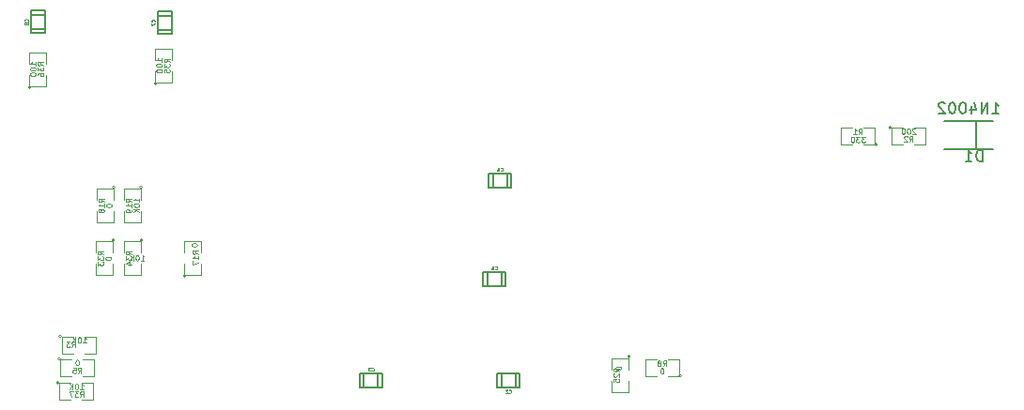
<source format=gbo>
G04 (created by PCBNEW (2013-07-07 BZR 4022)-stable) date 5/31/2014 7:32:52 PM*
%MOIN*%
G04 Gerber Fmt 3.4, Leading zero omitted, Abs format*
%FSLAX34Y34*%
G01*
G70*
G90*
G04 APERTURE LIST*
%ADD10C,0.00590551*%
%ADD11C,0.0039*%
%ADD12C,0.005*%
%ADD13C,0.0043*%
%ADD14C,0.0024*%
G04 APERTURE END LIST*
G54D10*
X93490Y-53120D02*
X93490Y-54010D01*
X92360Y-54060D02*
X94080Y-54060D01*
X92370Y-53090D02*
X94090Y-53090D01*
G54D11*
X83050Y-62125D02*
G75*
G03X83050Y-62125I-50J0D01*
G74*
G01*
X82550Y-62125D02*
X82950Y-62125D01*
X82950Y-62125D02*
X82950Y-61525D01*
X82950Y-61525D02*
X82550Y-61525D01*
X82150Y-61525D02*
X81750Y-61525D01*
X81750Y-61525D02*
X81750Y-62125D01*
X81750Y-62125D02*
X82150Y-62125D01*
X62925Y-57300D02*
G75*
G03X62925Y-57300I-50J0D01*
G74*
G01*
X62875Y-57750D02*
X62875Y-57350D01*
X62875Y-57350D02*
X62275Y-57350D01*
X62275Y-57350D02*
X62275Y-57750D01*
X62275Y-58150D02*
X62275Y-58550D01*
X62275Y-58550D02*
X62875Y-58550D01*
X62875Y-58550D02*
X62875Y-58150D01*
X63925Y-57300D02*
G75*
G03X63925Y-57300I-50J0D01*
G74*
G01*
X63875Y-57750D02*
X63875Y-57350D01*
X63875Y-57350D02*
X63275Y-57350D01*
X63275Y-57350D02*
X63275Y-57750D01*
X63275Y-58150D02*
X63275Y-58550D01*
X63275Y-58550D02*
X63875Y-58550D01*
X63875Y-58550D02*
X63875Y-58150D01*
X65450Y-58575D02*
G75*
G03X65450Y-58575I-50J0D01*
G74*
G01*
X65400Y-58125D02*
X65400Y-58525D01*
X65400Y-58525D02*
X66000Y-58525D01*
X66000Y-58525D02*
X66000Y-58125D01*
X66000Y-57725D02*
X66000Y-57325D01*
X66000Y-57325D02*
X65400Y-57325D01*
X65400Y-57325D02*
X65400Y-57725D01*
X63925Y-55425D02*
G75*
G03X63925Y-55425I-50J0D01*
G74*
G01*
X63875Y-55875D02*
X63875Y-55475D01*
X63875Y-55475D02*
X63275Y-55475D01*
X63275Y-55475D02*
X63275Y-55875D01*
X63275Y-56275D02*
X63275Y-56675D01*
X63275Y-56675D02*
X63875Y-56675D01*
X63875Y-56675D02*
X63875Y-56275D01*
X62950Y-55425D02*
G75*
G03X62950Y-55425I-50J0D01*
G74*
G01*
X62900Y-55875D02*
X62900Y-55475D01*
X62900Y-55475D02*
X62300Y-55475D01*
X62300Y-55475D02*
X62300Y-55875D01*
X62300Y-56275D02*
X62300Y-56675D01*
X62300Y-56675D02*
X62900Y-56675D01*
X62900Y-56675D02*
X62900Y-56275D01*
X61000Y-61525D02*
G75*
G03X61000Y-61525I-50J0D01*
G74*
G01*
X61400Y-61525D02*
X61000Y-61525D01*
X61000Y-61525D02*
X61000Y-62125D01*
X61000Y-62125D02*
X61400Y-62125D01*
X61800Y-62125D02*
X62200Y-62125D01*
X62200Y-62125D02*
X62200Y-61525D01*
X62200Y-61525D02*
X61800Y-61525D01*
X90000Y-53900D02*
G75*
G03X90000Y-53900I-50J0D01*
G74*
G01*
X89500Y-53900D02*
X89900Y-53900D01*
X89900Y-53900D02*
X89900Y-53300D01*
X89900Y-53300D02*
X89500Y-53300D01*
X89100Y-53300D02*
X88700Y-53300D01*
X88700Y-53300D02*
X88700Y-53900D01*
X88700Y-53900D02*
X89100Y-53900D01*
X60975Y-62375D02*
G75*
G03X60975Y-62375I-50J0D01*
G74*
G01*
X61375Y-62375D02*
X60975Y-62375D01*
X60975Y-62375D02*
X60975Y-62975D01*
X60975Y-62975D02*
X61375Y-62975D01*
X61775Y-62975D02*
X62175Y-62975D01*
X62175Y-62975D02*
X62175Y-62375D01*
X62175Y-62375D02*
X61775Y-62375D01*
X90500Y-53300D02*
G75*
G03X90500Y-53300I-50J0D01*
G74*
G01*
X90900Y-53300D02*
X90500Y-53300D01*
X90500Y-53300D02*
X90500Y-53900D01*
X90500Y-53900D02*
X90900Y-53900D01*
X91300Y-53900D02*
X91700Y-53900D01*
X91700Y-53900D02*
X91700Y-53300D01*
X91700Y-53300D02*
X91300Y-53300D01*
X64425Y-51750D02*
G75*
G03X64425Y-51750I-50J0D01*
G74*
G01*
X64375Y-51300D02*
X64375Y-51700D01*
X64375Y-51700D02*
X64975Y-51700D01*
X64975Y-51700D02*
X64975Y-51300D01*
X64975Y-50900D02*
X64975Y-50500D01*
X64975Y-50500D02*
X64375Y-50500D01*
X64375Y-50500D02*
X64375Y-50900D01*
X59950Y-51875D02*
G75*
G03X59950Y-51875I-50J0D01*
G74*
G01*
X59900Y-51425D02*
X59900Y-51825D01*
X59900Y-51825D02*
X60500Y-51825D01*
X60500Y-51825D02*
X60500Y-51425D01*
X60500Y-51025D02*
X60500Y-50625D01*
X60500Y-50625D02*
X59900Y-50625D01*
X59900Y-50625D02*
X59900Y-51025D01*
X61050Y-60725D02*
G75*
G03X61050Y-60725I-50J0D01*
G74*
G01*
X61450Y-60725D02*
X61050Y-60725D01*
X61050Y-60725D02*
X61050Y-61325D01*
X61050Y-61325D02*
X61450Y-61325D01*
X61850Y-61325D02*
X62250Y-61325D01*
X62250Y-61325D02*
X62250Y-60725D01*
X62250Y-60725D02*
X61850Y-60725D01*
X81225Y-61450D02*
G75*
G03X81225Y-61450I-50J0D01*
G74*
G01*
X81175Y-61900D02*
X81175Y-61500D01*
X81175Y-61500D02*
X80575Y-61500D01*
X80575Y-61500D02*
X80575Y-61900D01*
X80575Y-62300D02*
X80575Y-62700D01*
X80575Y-62700D02*
X81175Y-62700D01*
X81175Y-62700D02*
X81175Y-62300D01*
G54D12*
X76150Y-58450D02*
X76150Y-58950D01*
X76650Y-58450D02*
X76650Y-58940D01*
X76800Y-58450D02*
X76000Y-58450D01*
X76000Y-58450D02*
X76000Y-58950D01*
X76000Y-58950D02*
X76800Y-58950D01*
X76800Y-58950D02*
X76800Y-58450D01*
X77150Y-62550D02*
X77150Y-62050D01*
X76650Y-62550D02*
X76650Y-62060D01*
X76500Y-62550D02*
X77300Y-62550D01*
X77300Y-62550D02*
X77300Y-62050D01*
X77300Y-62050D02*
X76500Y-62050D01*
X76500Y-62050D02*
X76500Y-62550D01*
X71775Y-62050D02*
X71775Y-62550D01*
X72275Y-62050D02*
X72275Y-62540D01*
X72425Y-62050D02*
X71625Y-62050D01*
X71625Y-62050D02*
X71625Y-62550D01*
X71625Y-62550D02*
X72425Y-62550D01*
X72425Y-62550D02*
X72425Y-62050D01*
X76350Y-54950D02*
X76350Y-55450D01*
X76850Y-54950D02*
X76850Y-55440D01*
X77000Y-54950D02*
X76200Y-54950D01*
X76200Y-54950D02*
X76200Y-55450D01*
X76200Y-55450D02*
X77000Y-55450D01*
X77000Y-55450D02*
X77000Y-54950D01*
X64450Y-49825D02*
X64950Y-49825D01*
X64450Y-49325D02*
X64940Y-49325D01*
X64450Y-49175D02*
X64450Y-49975D01*
X64450Y-49975D02*
X64950Y-49975D01*
X64950Y-49975D02*
X64950Y-49175D01*
X64950Y-49175D02*
X64450Y-49175D01*
X59950Y-49800D02*
X60450Y-49800D01*
X59950Y-49300D02*
X60440Y-49300D01*
X59950Y-49150D02*
X59950Y-49950D01*
X59950Y-49950D02*
X60450Y-49950D01*
X60450Y-49950D02*
X60450Y-49150D01*
X60450Y-49150D02*
X59950Y-49150D01*
G54D10*
X93720Y-54499D02*
X93720Y-54105D01*
X93626Y-54105D01*
X93570Y-54124D01*
X93533Y-54161D01*
X93514Y-54199D01*
X93495Y-54274D01*
X93495Y-54330D01*
X93514Y-54405D01*
X93533Y-54443D01*
X93570Y-54480D01*
X93626Y-54499D01*
X93720Y-54499D01*
X93120Y-54499D02*
X93345Y-54499D01*
X93233Y-54499D02*
X93233Y-54105D01*
X93270Y-54161D01*
X93308Y-54199D01*
X93345Y-54218D01*
X94073Y-52809D02*
X94298Y-52809D01*
X94186Y-52809D02*
X94186Y-52415D01*
X94223Y-52471D01*
X94261Y-52509D01*
X94298Y-52528D01*
X93904Y-52809D02*
X93904Y-52415D01*
X93679Y-52809D01*
X93679Y-52415D01*
X93323Y-52546D02*
X93323Y-52809D01*
X93417Y-52396D02*
X93511Y-52678D01*
X93267Y-52678D01*
X93042Y-52415D02*
X93005Y-52415D01*
X92967Y-52434D01*
X92948Y-52453D01*
X92930Y-52490D01*
X92911Y-52565D01*
X92911Y-52659D01*
X92930Y-52734D01*
X92948Y-52771D01*
X92967Y-52790D01*
X93005Y-52809D01*
X93042Y-52809D01*
X93080Y-52790D01*
X93098Y-52771D01*
X93117Y-52734D01*
X93136Y-52659D01*
X93136Y-52565D01*
X93117Y-52490D01*
X93098Y-52453D01*
X93080Y-52434D01*
X93042Y-52415D01*
X92667Y-52415D02*
X92630Y-52415D01*
X92592Y-52434D01*
X92573Y-52453D01*
X92555Y-52490D01*
X92536Y-52565D01*
X92536Y-52659D01*
X92555Y-52734D01*
X92573Y-52771D01*
X92592Y-52790D01*
X92630Y-52809D01*
X92667Y-52809D01*
X92705Y-52790D01*
X92723Y-52771D01*
X92742Y-52734D01*
X92761Y-52659D01*
X92761Y-52565D01*
X92742Y-52490D01*
X92723Y-52453D01*
X92705Y-52434D01*
X92667Y-52415D01*
X92386Y-52453D02*
X92367Y-52434D01*
X92330Y-52415D01*
X92236Y-52415D01*
X92198Y-52434D01*
X92180Y-52453D01*
X92161Y-52490D01*
X92161Y-52528D01*
X92180Y-52584D01*
X92405Y-52809D01*
X92161Y-52809D01*
G54D13*
X82382Y-61779D02*
X82448Y-61685D01*
X82495Y-61779D02*
X82495Y-61582D01*
X82420Y-61582D01*
X82401Y-61592D01*
X82392Y-61601D01*
X82382Y-61620D01*
X82382Y-61648D01*
X82392Y-61667D01*
X82401Y-61676D01*
X82420Y-61685D01*
X82495Y-61685D01*
X82270Y-61667D02*
X82289Y-61657D01*
X82298Y-61648D01*
X82307Y-61629D01*
X82307Y-61620D01*
X82298Y-61601D01*
X82289Y-61592D01*
X82270Y-61582D01*
X82232Y-61582D01*
X82213Y-61592D01*
X82204Y-61601D01*
X82195Y-61620D01*
X82195Y-61629D01*
X82204Y-61648D01*
X82213Y-61657D01*
X82232Y-61667D01*
X82270Y-61667D01*
X82289Y-61676D01*
X82298Y-61685D01*
X82307Y-61704D01*
X82307Y-61742D01*
X82298Y-61760D01*
X82289Y-61770D01*
X82270Y-61779D01*
X82232Y-61779D01*
X82213Y-61770D01*
X82204Y-61760D01*
X82195Y-61742D01*
X82195Y-61704D01*
X82204Y-61685D01*
X82213Y-61676D01*
X82232Y-61667D01*
X82359Y-61857D02*
X82340Y-61857D01*
X82321Y-61867D01*
X82312Y-61876D01*
X82303Y-61895D01*
X82293Y-61932D01*
X82293Y-61979D01*
X82303Y-62017D01*
X82312Y-62035D01*
X82321Y-62045D01*
X82340Y-62054D01*
X82359Y-62054D01*
X82378Y-62045D01*
X82387Y-62035D01*
X82396Y-62017D01*
X82406Y-61979D01*
X82406Y-61932D01*
X82396Y-61895D01*
X82387Y-61876D01*
X82378Y-61867D01*
X82359Y-61857D01*
X62529Y-57823D02*
X62435Y-57757D01*
X62529Y-57710D02*
X62332Y-57710D01*
X62332Y-57785D01*
X62342Y-57804D01*
X62351Y-57813D01*
X62370Y-57823D01*
X62398Y-57823D01*
X62417Y-57813D01*
X62426Y-57804D01*
X62435Y-57785D01*
X62435Y-57710D01*
X62332Y-57889D02*
X62332Y-58010D01*
X62407Y-57945D01*
X62407Y-57973D01*
X62417Y-57992D01*
X62426Y-58001D01*
X62445Y-58010D01*
X62492Y-58010D01*
X62510Y-58001D01*
X62520Y-57992D01*
X62529Y-57973D01*
X62529Y-57917D01*
X62520Y-57898D01*
X62510Y-57889D01*
X62332Y-58076D02*
X62332Y-58198D01*
X62407Y-58132D01*
X62407Y-58161D01*
X62417Y-58179D01*
X62426Y-58189D01*
X62445Y-58198D01*
X62492Y-58198D01*
X62510Y-58189D01*
X62520Y-58179D01*
X62529Y-58161D01*
X62529Y-58104D01*
X62520Y-58086D01*
X62510Y-58076D01*
X62607Y-57940D02*
X62607Y-57959D01*
X62617Y-57978D01*
X62626Y-57987D01*
X62645Y-57996D01*
X62682Y-58006D01*
X62729Y-58006D01*
X62767Y-57996D01*
X62785Y-57987D01*
X62795Y-57978D01*
X62804Y-57959D01*
X62804Y-57940D01*
X62795Y-57921D01*
X62785Y-57912D01*
X62767Y-57903D01*
X62729Y-57893D01*
X62682Y-57893D01*
X62645Y-57903D01*
X62626Y-57912D01*
X62617Y-57921D01*
X62607Y-57940D01*
X63529Y-57823D02*
X63435Y-57757D01*
X63529Y-57710D02*
X63332Y-57710D01*
X63332Y-57785D01*
X63342Y-57804D01*
X63351Y-57813D01*
X63370Y-57823D01*
X63398Y-57823D01*
X63417Y-57813D01*
X63426Y-57804D01*
X63435Y-57785D01*
X63435Y-57710D01*
X63332Y-57889D02*
X63332Y-58010D01*
X63407Y-57945D01*
X63407Y-57973D01*
X63417Y-57992D01*
X63426Y-58001D01*
X63445Y-58010D01*
X63492Y-58010D01*
X63510Y-58001D01*
X63520Y-57992D01*
X63529Y-57973D01*
X63529Y-57917D01*
X63520Y-57898D01*
X63510Y-57889D01*
X63398Y-58179D02*
X63529Y-58179D01*
X63323Y-58132D02*
X63464Y-58086D01*
X63464Y-58207D01*
X63861Y-58029D02*
X63973Y-58029D01*
X63917Y-58029D02*
X63917Y-57832D01*
X63936Y-57860D01*
X63954Y-57879D01*
X63973Y-57889D01*
X63739Y-57832D02*
X63720Y-57832D01*
X63701Y-57842D01*
X63692Y-57851D01*
X63682Y-57870D01*
X63673Y-57907D01*
X63673Y-57954D01*
X63682Y-57992D01*
X63692Y-58010D01*
X63701Y-58020D01*
X63720Y-58029D01*
X63739Y-58029D01*
X63757Y-58020D01*
X63767Y-58010D01*
X63776Y-57992D01*
X63785Y-57954D01*
X63785Y-57907D01*
X63776Y-57870D01*
X63767Y-57851D01*
X63757Y-57842D01*
X63739Y-57832D01*
X63588Y-58029D02*
X63588Y-57832D01*
X63476Y-58029D02*
X63560Y-57917D01*
X63476Y-57832D02*
X63588Y-57945D01*
X65904Y-57798D02*
X65810Y-57732D01*
X65904Y-57685D02*
X65707Y-57685D01*
X65707Y-57760D01*
X65717Y-57779D01*
X65726Y-57788D01*
X65745Y-57798D01*
X65773Y-57798D01*
X65792Y-57788D01*
X65801Y-57779D01*
X65810Y-57760D01*
X65810Y-57685D01*
X65904Y-57985D02*
X65904Y-57873D01*
X65904Y-57929D02*
X65707Y-57929D01*
X65735Y-57910D01*
X65754Y-57892D01*
X65764Y-57873D01*
X65707Y-58051D02*
X65707Y-58182D01*
X65904Y-58098D01*
X65657Y-57465D02*
X65657Y-57484D01*
X65667Y-57503D01*
X65676Y-57512D01*
X65695Y-57521D01*
X65732Y-57531D01*
X65779Y-57531D01*
X65817Y-57521D01*
X65835Y-57512D01*
X65845Y-57503D01*
X65854Y-57484D01*
X65854Y-57465D01*
X65845Y-57446D01*
X65835Y-57437D01*
X65817Y-57428D01*
X65779Y-57418D01*
X65732Y-57418D01*
X65695Y-57428D01*
X65676Y-57437D01*
X65667Y-57446D01*
X65657Y-57465D01*
X63529Y-55948D02*
X63435Y-55882D01*
X63529Y-55835D02*
X63332Y-55835D01*
X63332Y-55910D01*
X63342Y-55929D01*
X63351Y-55938D01*
X63370Y-55948D01*
X63398Y-55948D01*
X63417Y-55938D01*
X63426Y-55929D01*
X63435Y-55910D01*
X63435Y-55835D01*
X63529Y-56135D02*
X63529Y-56023D01*
X63529Y-56079D02*
X63332Y-56079D01*
X63360Y-56060D01*
X63379Y-56042D01*
X63389Y-56023D01*
X63529Y-56229D02*
X63529Y-56267D01*
X63520Y-56286D01*
X63510Y-56295D01*
X63482Y-56314D01*
X63445Y-56323D01*
X63370Y-56323D01*
X63351Y-56314D01*
X63342Y-56304D01*
X63332Y-56286D01*
X63332Y-56248D01*
X63342Y-56229D01*
X63351Y-56220D01*
X63370Y-56211D01*
X63417Y-56211D01*
X63435Y-56220D01*
X63445Y-56229D01*
X63454Y-56248D01*
X63454Y-56286D01*
X63445Y-56304D01*
X63435Y-56314D01*
X63417Y-56323D01*
X63804Y-55938D02*
X63804Y-55826D01*
X63804Y-55882D02*
X63607Y-55882D01*
X63635Y-55863D01*
X63654Y-55845D01*
X63664Y-55826D01*
X63607Y-56060D02*
X63607Y-56079D01*
X63617Y-56098D01*
X63626Y-56107D01*
X63645Y-56117D01*
X63682Y-56126D01*
X63729Y-56126D01*
X63767Y-56117D01*
X63785Y-56107D01*
X63795Y-56098D01*
X63804Y-56079D01*
X63804Y-56060D01*
X63795Y-56042D01*
X63785Y-56032D01*
X63767Y-56023D01*
X63729Y-56014D01*
X63682Y-56014D01*
X63645Y-56023D01*
X63626Y-56032D01*
X63617Y-56042D01*
X63607Y-56060D01*
X63804Y-56211D02*
X63607Y-56211D01*
X63804Y-56323D02*
X63692Y-56239D01*
X63607Y-56323D02*
X63720Y-56211D01*
X62554Y-55948D02*
X62460Y-55882D01*
X62554Y-55835D02*
X62357Y-55835D01*
X62357Y-55910D01*
X62367Y-55929D01*
X62376Y-55938D01*
X62395Y-55948D01*
X62423Y-55948D01*
X62442Y-55938D01*
X62451Y-55929D01*
X62460Y-55910D01*
X62460Y-55835D01*
X62554Y-56135D02*
X62554Y-56023D01*
X62554Y-56079D02*
X62357Y-56079D01*
X62385Y-56060D01*
X62404Y-56042D01*
X62414Y-56023D01*
X62442Y-56248D02*
X62432Y-56229D01*
X62423Y-56220D01*
X62404Y-56211D01*
X62395Y-56211D01*
X62376Y-56220D01*
X62367Y-56229D01*
X62357Y-56248D01*
X62357Y-56286D01*
X62367Y-56304D01*
X62376Y-56314D01*
X62395Y-56323D01*
X62404Y-56323D01*
X62423Y-56314D01*
X62432Y-56304D01*
X62442Y-56286D01*
X62442Y-56248D01*
X62451Y-56229D01*
X62460Y-56220D01*
X62479Y-56211D01*
X62517Y-56211D01*
X62535Y-56220D01*
X62545Y-56229D01*
X62554Y-56248D01*
X62554Y-56286D01*
X62545Y-56304D01*
X62535Y-56314D01*
X62517Y-56323D01*
X62479Y-56323D01*
X62460Y-56314D01*
X62451Y-56304D01*
X62442Y-56286D01*
X62632Y-56065D02*
X62632Y-56084D01*
X62642Y-56103D01*
X62651Y-56112D01*
X62670Y-56121D01*
X62707Y-56131D01*
X62754Y-56131D01*
X62792Y-56121D01*
X62810Y-56112D01*
X62820Y-56103D01*
X62829Y-56084D01*
X62829Y-56065D01*
X62820Y-56046D01*
X62810Y-56037D01*
X62792Y-56028D01*
X62754Y-56018D01*
X62707Y-56018D01*
X62670Y-56028D01*
X62651Y-56037D01*
X62642Y-56046D01*
X62632Y-56065D01*
X61632Y-62029D02*
X61698Y-61935D01*
X61745Y-62029D02*
X61745Y-61832D01*
X61670Y-61832D01*
X61651Y-61842D01*
X61642Y-61851D01*
X61632Y-61870D01*
X61632Y-61898D01*
X61642Y-61917D01*
X61651Y-61926D01*
X61670Y-61935D01*
X61745Y-61935D01*
X61454Y-61832D02*
X61548Y-61832D01*
X61557Y-61926D01*
X61548Y-61917D01*
X61529Y-61907D01*
X61482Y-61907D01*
X61463Y-61917D01*
X61454Y-61926D01*
X61445Y-61945D01*
X61445Y-61992D01*
X61454Y-62010D01*
X61463Y-62020D01*
X61482Y-62029D01*
X61529Y-62029D01*
X61548Y-62020D01*
X61557Y-62010D01*
X61609Y-61557D02*
X61590Y-61557D01*
X61571Y-61567D01*
X61562Y-61576D01*
X61553Y-61595D01*
X61543Y-61632D01*
X61543Y-61679D01*
X61553Y-61717D01*
X61562Y-61735D01*
X61571Y-61745D01*
X61590Y-61754D01*
X61609Y-61754D01*
X61628Y-61745D01*
X61637Y-61735D01*
X61646Y-61717D01*
X61656Y-61679D01*
X61656Y-61632D01*
X61646Y-61595D01*
X61637Y-61576D01*
X61628Y-61567D01*
X61609Y-61557D01*
X89332Y-53554D02*
X89398Y-53460D01*
X89445Y-53554D02*
X89445Y-53357D01*
X89370Y-53357D01*
X89351Y-53367D01*
X89342Y-53376D01*
X89332Y-53395D01*
X89332Y-53423D01*
X89342Y-53442D01*
X89351Y-53451D01*
X89370Y-53460D01*
X89445Y-53460D01*
X89145Y-53554D02*
X89257Y-53554D01*
X89201Y-53554D02*
X89201Y-53357D01*
X89220Y-53385D01*
X89239Y-53404D01*
X89257Y-53414D01*
X89553Y-53632D02*
X89431Y-53632D01*
X89496Y-53707D01*
X89468Y-53707D01*
X89450Y-53717D01*
X89440Y-53726D01*
X89431Y-53745D01*
X89431Y-53792D01*
X89440Y-53810D01*
X89450Y-53820D01*
X89468Y-53829D01*
X89525Y-53829D01*
X89543Y-53820D01*
X89553Y-53810D01*
X89365Y-53632D02*
X89243Y-53632D01*
X89309Y-53707D01*
X89281Y-53707D01*
X89262Y-53717D01*
X89253Y-53726D01*
X89243Y-53745D01*
X89243Y-53792D01*
X89253Y-53810D01*
X89262Y-53820D01*
X89281Y-53829D01*
X89337Y-53829D01*
X89356Y-53820D01*
X89365Y-53810D01*
X89121Y-53632D02*
X89103Y-53632D01*
X89084Y-53642D01*
X89074Y-53651D01*
X89065Y-53670D01*
X89056Y-53707D01*
X89056Y-53754D01*
X89065Y-53792D01*
X89074Y-53810D01*
X89084Y-53820D01*
X89103Y-53829D01*
X89121Y-53829D01*
X89140Y-53820D01*
X89149Y-53810D01*
X89159Y-53792D01*
X89168Y-53754D01*
X89168Y-53707D01*
X89159Y-53670D01*
X89149Y-53651D01*
X89140Y-53642D01*
X89121Y-53632D01*
X61701Y-62879D02*
X61767Y-62785D01*
X61814Y-62879D02*
X61814Y-62682D01*
X61739Y-62682D01*
X61720Y-62692D01*
X61711Y-62701D01*
X61701Y-62720D01*
X61701Y-62748D01*
X61711Y-62767D01*
X61720Y-62776D01*
X61739Y-62785D01*
X61814Y-62785D01*
X61635Y-62682D02*
X61514Y-62682D01*
X61579Y-62757D01*
X61551Y-62757D01*
X61532Y-62767D01*
X61523Y-62776D01*
X61514Y-62795D01*
X61514Y-62842D01*
X61523Y-62860D01*
X61532Y-62870D01*
X61551Y-62879D01*
X61607Y-62879D01*
X61626Y-62870D01*
X61635Y-62860D01*
X61448Y-62682D02*
X61317Y-62682D01*
X61401Y-62879D01*
X61711Y-62604D02*
X61823Y-62604D01*
X61767Y-62604D02*
X61767Y-62407D01*
X61786Y-62435D01*
X61804Y-62454D01*
X61823Y-62464D01*
X61589Y-62407D02*
X61570Y-62407D01*
X61551Y-62417D01*
X61542Y-62426D01*
X61532Y-62445D01*
X61523Y-62482D01*
X61523Y-62529D01*
X61532Y-62567D01*
X61542Y-62585D01*
X61551Y-62595D01*
X61570Y-62604D01*
X61589Y-62604D01*
X61607Y-62595D01*
X61617Y-62585D01*
X61626Y-62567D01*
X61635Y-62529D01*
X61635Y-62482D01*
X61626Y-62445D01*
X61617Y-62426D01*
X61607Y-62417D01*
X61589Y-62407D01*
X61438Y-62604D02*
X61438Y-62407D01*
X61326Y-62604D02*
X61410Y-62492D01*
X61326Y-62407D02*
X61438Y-62520D01*
X91132Y-53804D02*
X91198Y-53710D01*
X91245Y-53804D02*
X91245Y-53607D01*
X91170Y-53607D01*
X91151Y-53617D01*
X91142Y-53626D01*
X91132Y-53645D01*
X91132Y-53673D01*
X91142Y-53692D01*
X91151Y-53701D01*
X91170Y-53710D01*
X91245Y-53710D01*
X91057Y-53626D02*
X91048Y-53617D01*
X91029Y-53607D01*
X90982Y-53607D01*
X90963Y-53617D01*
X90954Y-53626D01*
X90945Y-53645D01*
X90945Y-53664D01*
X90954Y-53692D01*
X91067Y-53804D01*
X90945Y-53804D01*
X91343Y-53351D02*
X91334Y-53342D01*
X91315Y-53332D01*
X91268Y-53332D01*
X91250Y-53342D01*
X91240Y-53351D01*
X91231Y-53370D01*
X91231Y-53389D01*
X91240Y-53417D01*
X91353Y-53529D01*
X91231Y-53529D01*
X91109Y-53332D02*
X91090Y-53332D01*
X91071Y-53342D01*
X91062Y-53351D01*
X91053Y-53370D01*
X91043Y-53407D01*
X91043Y-53454D01*
X91053Y-53492D01*
X91062Y-53510D01*
X91071Y-53520D01*
X91090Y-53529D01*
X91109Y-53529D01*
X91128Y-53520D01*
X91137Y-53510D01*
X91146Y-53492D01*
X91156Y-53454D01*
X91156Y-53407D01*
X91146Y-53370D01*
X91137Y-53351D01*
X91128Y-53342D01*
X91109Y-53332D01*
X90921Y-53332D02*
X90903Y-53332D01*
X90884Y-53342D01*
X90874Y-53351D01*
X90865Y-53370D01*
X90856Y-53407D01*
X90856Y-53454D01*
X90865Y-53492D01*
X90874Y-53510D01*
X90884Y-53520D01*
X90903Y-53529D01*
X90921Y-53529D01*
X90940Y-53520D01*
X90949Y-53510D01*
X90959Y-53492D01*
X90968Y-53454D01*
X90968Y-53407D01*
X90959Y-53370D01*
X90949Y-53351D01*
X90940Y-53342D01*
X90921Y-53332D01*
X64879Y-50973D02*
X64785Y-50907D01*
X64879Y-50860D02*
X64682Y-50860D01*
X64682Y-50935D01*
X64692Y-50954D01*
X64701Y-50963D01*
X64720Y-50973D01*
X64748Y-50973D01*
X64767Y-50963D01*
X64776Y-50954D01*
X64785Y-50935D01*
X64785Y-50860D01*
X64682Y-51039D02*
X64682Y-51160D01*
X64757Y-51095D01*
X64757Y-51123D01*
X64767Y-51142D01*
X64776Y-51151D01*
X64795Y-51160D01*
X64842Y-51160D01*
X64860Y-51151D01*
X64870Y-51142D01*
X64879Y-51123D01*
X64879Y-51067D01*
X64870Y-51048D01*
X64860Y-51039D01*
X64682Y-51339D02*
X64682Y-51245D01*
X64776Y-51236D01*
X64767Y-51245D01*
X64757Y-51264D01*
X64757Y-51311D01*
X64767Y-51329D01*
X64776Y-51339D01*
X64795Y-51348D01*
X64842Y-51348D01*
X64860Y-51339D01*
X64870Y-51329D01*
X64879Y-51311D01*
X64879Y-51264D01*
X64870Y-51245D01*
X64860Y-51236D01*
X64604Y-50968D02*
X64604Y-50856D01*
X64604Y-50912D02*
X64407Y-50912D01*
X64435Y-50893D01*
X64454Y-50874D01*
X64464Y-50856D01*
X64407Y-51090D02*
X64407Y-51109D01*
X64417Y-51128D01*
X64426Y-51137D01*
X64445Y-51146D01*
X64482Y-51156D01*
X64529Y-51156D01*
X64567Y-51146D01*
X64585Y-51137D01*
X64595Y-51128D01*
X64604Y-51109D01*
X64604Y-51090D01*
X64595Y-51071D01*
X64585Y-51062D01*
X64567Y-51053D01*
X64529Y-51043D01*
X64482Y-51043D01*
X64445Y-51053D01*
X64426Y-51062D01*
X64417Y-51071D01*
X64407Y-51090D01*
X64407Y-51278D02*
X64407Y-51297D01*
X64417Y-51315D01*
X64426Y-51325D01*
X64445Y-51334D01*
X64482Y-51343D01*
X64529Y-51343D01*
X64567Y-51334D01*
X64585Y-51325D01*
X64595Y-51315D01*
X64604Y-51297D01*
X64604Y-51278D01*
X64595Y-51259D01*
X64585Y-51250D01*
X64567Y-51240D01*
X64529Y-51231D01*
X64482Y-51231D01*
X64445Y-51240D01*
X64426Y-51250D01*
X64417Y-51259D01*
X64407Y-51278D01*
X60404Y-51098D02*
X60310Y-51032D01*
X60404Y-50985D02*
X60207Y-50985D01*
X60207Y-51060D01*
X60217Y-51079D01*
X60226Y-51088D01*
X60245Y-51098D01*
X60273Y-51098D01*
X60292Y-51088D01*
X60301Y-51079D01*
X60310Y-51060D01*
X60310Y-50985D01*
X60207Y-51164D02*
X60207Y-51285D01*
X60282Y-51220D01*
X60282Y-51248D01*
X60292Y-51267D01*
X60301Y-51276D01*
X60320Y-51285D01*
X60367Y-51285D01*
X60385Y-51276D01*
X60395Y-51267D01*
X60404Y-51248D01*
X60404Y-51192D01*
X60395Y-51173D01*
X60385Y-51164D01*
X60207Y-51454D02*
X60207Y-51417D01*
X60217Y-51398D01*
X60226Y-51389D01*
X60254Y-51370D01*
X60292Y-51361D01*
X60367Y-51361D01*
X60385Y-51370D01*
X60395Y-51379D01*
X60404Y-51398D01*
X60404Y-51436D01*
X60395Y-51454D01*
X60385Y-51464D01*
X60367Y-51473D01*
X60320Y-51473D01*
X60301Y-51464D01*
X60292Y-51454D01*
X60282Y-51436D01*
X60282Y-51398D01*
X60292Y-51379D01*
X60301Y-51370D01*
X60320Y-51361D01*
X60129Y-51093D02*
X60129Y-50981D01*
X60129Y-51037D02*
X59932Y-51037D01*
X59960Y-51018D01*
X59979Y-50999D01*
X59989Y-50981D01*
X59932Y-51215D02*
X59932Y-51234D01*
X59942Y-51253D01*
X59951Y-51262D01*
X59970Y-51271D01*
X60007Y-51281D01*
X60054Y-51281D01*
X60092Y-51271D01*
X60110Y-51262D01*
X60120Y-51253D01*
X60129Y-51234D01*
X60129Y-51215D01*
X60120Y-51196D01*
X60110Y-51187D01*
X60092Y-51178D01*
X60054Y-51168D01*
X60007Y-51168D01*
X59970Y-51178D01*
X59951Y-51187D01*
X59942Y-51196D01*
X59932Y-51215D01*
X59932Y-51403D02*
X59932Y-51422D01*
X59942Y-51440D01*
X59951Y-51450D01*
X59970Y-51459D01*
X60007Y-51468D01*
X60054Y-51468D01*
X60092Y-51459D01*
X60110Y-51450D01*
X60120Y-51440D01*
X60129Y-51422D01*
X60129Y-51403D01*
X60120Y-51384D01*
X60110Y-51375D01*
X60092Y-51365D01*
X60054Y-51356D01*
X60007Y-51356D01*
X59970Y-51365D01*
X59951Y-51375D01*
X59942Y-51384D01*
X59932Y-51403D01*
X61407Y-61104D02*
X61473Y-61010D01*
X61520Y-61104D02*
X61520Y-60907D01*
X61445Y-60907D01*
X61426Y-60917D01*
X61417Y-60926D01*
X61407Y-60945D01*
X61407Y-60973D01*
X61417Y-60992D01*
X61426Y-61001D01*
X61445Y-61010D01*
X61520Y-61010D01*
X61342Y-60907D02*
X61220Y-60907D01*
X61285Y-60982D01*
X61257Y-60982D01*
X61238Y-60992D01*
X61229Y-61001D01*
X61220Y-61020D01*
X61220Y-61067D01*
X61229Y-61085D01*
X61238Y-61095D01*
X61257Y-61104D01*
X61314Y-61104D01*
X61332Y-61095D01*
X61342Y-61085D01*
X61811Y-60954D02*
X61923Y-60954D01*
X61867Y-60954D02*
X61867Y-60757D01*
X61886Y-60785D01*
X61904Y-60804D01*
X61923Y-60814D01*
X61689Y-60757D02*
X61670Y-60757D01*
X61651Y-60767D01*
X61642Y-60776D01*
X61632Y-60795D01*
X61623Y-60832D01*
X61623Y-60879D01*
X61632Y-60917D01*
X61642Y-60935D01*
X61651Y-60945D01*
X61670Y-60954D01*
X61689Y-60954D01*
X61707Y-60945D01*
X61717Y-60935D01*
X61726Y-60917D01*
X61735Y-60879D01*
X61735Y-60832D01*
X61726Y-60795D01*
X61717Y-60776D01*
X61707Y-60767D01*
X61689Y-60757D01*
X61538Y-60954D02*
X61538Y-60757D01*
X61426Y-60954D02*
X61510Y-60842D01*
X61426Y-60757D02*
X61538Y-60870D01*
X80829Y-61973D02*
X80735Y-61907D01*
X80829Y-61860D02*
X80632Y-61860D01*
X80632Y-61935D01*
X80642Y-61954D01*
X80651Y-61963D01*
X80670Y-61973D01*
X80698Y-61973D01*
X80717Y-61963D01*
X80726Y-61954D01*
X80735Y-61935D01*
X80735Y-61860D01*
X80651Y-62048D02*
X80642Y-62057D01*
X80632Y-62076D01*
X80632Y-62123D01*
X80642Y-62142D01*
X80651Y-62151D01*
X80670Y-62160D01*
X80689Y-62160D01*
X80717Y-62151D01*
X80829Y-62039D01*
X80829Y-62160D01*
X80632Y-62339D02*
X80632Y-62245D01*
X80726Y-62236D01*
X80717Y-62245D01*
X80707Y-62264D01*
X80707Y-62311D01*
X80717Y-62329D01*
X80726Y-62339D01*
X80745Y-62348D01*
X80792Y-62348D01*
X80810Y-62339D01*
X80820Y-62329D01*
X80829Y-62311D01*
X80829Y-62264D01*
X80820Y-62245D01*
X80810Y-62236D01*
X80707Y-61840D02*
X80707Y-61859D01*
X80717Y-61878D01*
X80726Y-61887D01*
X80745Y-61896D01*
X80782Y-61906D01*
X80829Y-61906D01*
X80867Y-61896D01*
X80885Y-61887D01*
X80895Y-61878D01*
X80904Y-61859D01*
X80904Y-61840D01*
X80895Y-61821D01*
X80885Y-61812D01*
X80867Y-61803D01*
X80829Y-61793D01*
X80782Y-61793D01*
X80745Y-61803D01*
X80726Y-61812D01*
X80717Y-61821D01*
X80707Y-61840D01*
G54D14*
X76419Y-58346D02*
X76425Y-58352D01*
X76442Y-58357D01*
X76453Y-58357D01*
X76470Y-58352D01*
X76481Y-58340D01*
X76487Y-58329D01*
X76492Y-58307D01*
X76492Y-58290D01*
X76487Y-58267D01*
X76481Y-58256D01*
X76470Y-58245D01*
X76453Y-58239D01*
X76442Y-58239D01*
X76425Y-58245D01*
X76419Y-58251D01*
X76318Y-58239D02*
X76341Y-58239D01*
X76352Y-58245D01*
X76357Y-58251D01*
X76369Y-58267D01*
X76374Y-58290D01*
X76374Y-58335D01*
X76369Y-58346D01*
X76363Y-58352D01*
X76352Y-58357D01*
X76329Y-58357D01*
X76318Y-58352D01*
X76312Y-58346D01*
X76307Y-58335D01*
X76307Y-58307D01*
X76312Y-58295D01*
X76318Y-58290D01*
X76329Y-58284D01*
X76352Y-58284D01*
X76363Y-58290D01*
X76369Y-58295D01*
X76374Y-58307D01*
X76919Y-62726D02*
X76925Y-62732D01*
X76942Y-62737D01*
X76953Y-62737D01*
X76970Y-62732D01*
X76981Y-62720D01*
X76987Y-62709D01*
X76992Y-62687D01*
X76992Y-62670D01*
X76987Y-62647D01*
X76981Y-62636D01*
X76970Y-62625D01*
X76953Y-62619D01*
X76942Y-62619D01*
X76925Y-62625D01*
X76919Y-62631D01*
X76874Y-62631D02*
X76869Y-62625D01*
X76857Y-62619D01*
X76829Y-62619D01*
X76818Y-62625D01*
X76812Y-62631D01*
X76807Y-62642D01*
X76807Y-62653D01*
X76812Y-62670D01*
X76880Y-62737D01*
X76807Y-62737D01*
X72044Y-61946D02*
X72050Y-61952D01*
X72067Y-61957D01*
X72078Y-61957D01*
X72095Y-61952D01*
X72106Y-61940D01*
X72112Y-61929D01*
X72117Y-61907D01*
X72117Y-61890D01*
X72112Y-61867D01*
X72106Y-61856D01*
X72095Y-61845D01*
X72078Y-61839D01*
X72067Y-61839D01*
X72050Y-61845D01*
X72044Y-61851D01*
X72005Y-61839D02*
X71932Y-61839D01*
X71971Y-61884D01*
X71954Y-61884D01*
X71943Y-61890D01*
X71937Y-61895D01*
X71932Y-61907D01*
X71932Y-61935D01*
X71937Y-61946D01*
X71943Y-61952D01*
X71954Y-61957D01*
X71988Y-61957D01*
X71999Y-61952D01*
X72005Y-61946D01*
X76619Y-54846D02*
X76625Y-54852D01*
X76642Y-54857D01*
X76653Y-54857D01*
X76670Y-54852D01*
X76681Y-54840D01*
X76687Y-54829D01*
X76692Y-54807D01*
X76692Y-54790D01*
X76687Y-54767D01*
X76681Y-54756D01*
X76670Y-54745D01*
X76653Y-54739D01*
X76642Y-54739D01*
X76625Y-54745D01*
X76619Y-54751D01*
X76512Y-54739D02*
X76569Y-54739D01*
X76574Y-54795D01*
X76569Y-54790D01*
X76557Y-54784D01*
X76529Y-54784D01*
X76518Y-54790D01*
X76512Y-54795D01*
X76507Y-54807D01*
X76507Y-54835D01*
X76512Y-54846D01*
X76518Y-54852D01*
X76529Y-54857D01*
X76557Y-54857D01*
X76569Y-54852D01*
X76574Y-54846D01*
X64346Y-49555D02*
X64352Y-49549D01*
X64357Y-49532D01*
X64357Y-49521D01*
X64352Y-49504D01*
X64340Y-49493D01*
X64329Y-49487D01*
X64307Y-49482D01*
X64290Y-49482D01*
X64267Y-49487D01*
X64256Y-49493D01*
X64245Y-49504D01*
X64239Y-49521D01*
X64239Y-49532D01*
X64245Y-49549D01*
X64251Y-49555D01*
X64239Y-49594D02*
X64239Y-49673D01*
X64357Y-49622D01*
X59846Y-49530D02*
X59852Y-49524D01*
X59857Y-49507D01*
X59857Y-49496D01*
X59852Y-49479D01*
X59840Y-49468D01*
X59829Y-49462D01*
X59807Y-49457D01*
X59790Y-49457D01*
X59767Y-49462D01*
X59756Y-49468D01*
X59745Y-49479D01*
X59739Y-49496D01*
X59739Y-49507D01*
X59745Y-49524D01*
X59751Y-49530D01*
X59790Y-49597D02*
X59784Y-49586D01*
X59779Y-49580D01*
X59767Y-49575D01*
X59762Y-49575D01*
X59751Y-49580D01*
X59745Y-49586D01*
X59739Y-49597D01*
X59739Y-49620D01*
X59745Y-49631D01*
X59751Y-49637D01*
X59762Y-49642D01*
X59767Y-49642D01*
X59779Y-49637D01*
X59784Y-49631D01*
X59790Y-49620D01*
X59790Y-49597D01*
X59795Y-49586D01*
X59801Y-49580D01*
X59812Y-49575D01*
X59835Y-49575D01*
X59846Y-49580D01*
X59852Y-49586D01*
X59857Y-49597D01*
X59857Y-49620D01*
X59852Y-49631D01*
X59846Y-49637D01*
X59835Y-49642D01*
X59812Y-49642D01*
X59801Y-49637D01*
X59795Y-49631D01*
X59790Y-49620D01*
M02*

</source>
